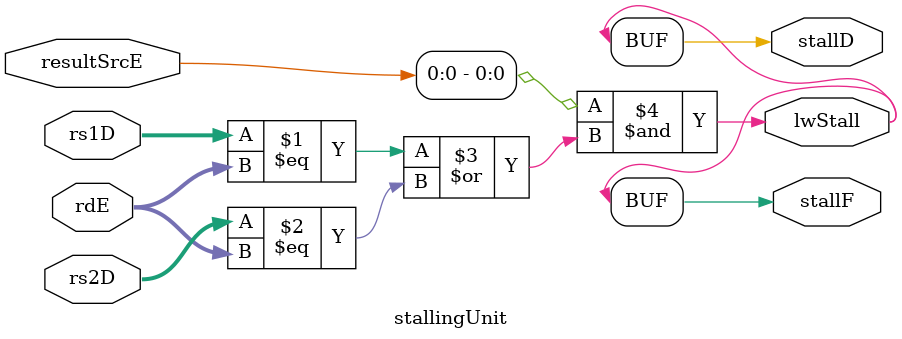
<source format=v>
module stallingUnit(
    output wire lwStall, stallF, stallD,
    input [1:0] resultSrcE,
    input [4:0] rs1D, rs2D, rdE
);

assign lwStall = resultSrcE[0] & ((rs1D == rdE) | (rs2D == rdE));
assign stallF = lwStall;
assign stallD = lwStall;
endmodule
</source>
